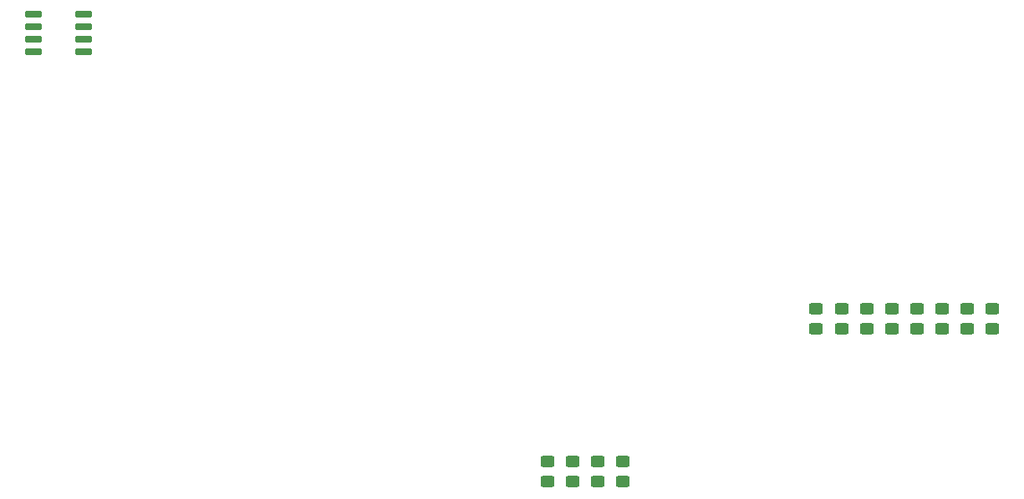
<source format=gbr>
%TF.GenerationSoftware,KiCad,Pcbnew,7.0.11-7.0.11~ubuntu22.04.1*%
%TF.CreationDate,2024-08-26T13:36:22+02:00*%
%TF.ProjectId,pcb01,70636230-312e-46b6-9963-61645f706362,rev?*%
%TF.SameCoordinates,Original*%
%TF.FileFunction,Paste,Top*%
%TF.FilePolarity,Positive*%
%FSLAX46Y46*%
G04 Gerber Fmt 4.6, Leading zero omitted, Abs format (unit mm)*
G04 Created by KiCad (PCBNEW 7.0.11-7.0.11~ubuntu22.04.1) date 2024-08-26 13:36:22*
%MOMM*%
%LPD*%
G01*
G04 APERTURE LIST*
G04 Aperture macros list*
%AMRoundRect*
0 Rectangle with rounded corners*
0 $1 Rounding radius*
0 $2 $3 $4 $5 $6 $7 $8 $9 X,Y pos of 4 corners*
0 Add a 4 corners polygon primitive as box body*
4,1,4,$2,$3,$4,$5,$6,$7,$8,$9,$2,$3,0*
0 Add four circle primitives for the rounded corners*
1,1,$1+$1,$2,$3*
1,1,$1+$1,$4,$5*
1,1,$1+$1,$6,$7*
1,1,$1+$1,$8,$9*
0 Add four rect primitives between the rounded corners*
20,1,$1+$1,$2,$3,$4,$5,0*
20,1,$1+$1,$4,$5,$6,$7,0*
20,1,$1+$1,$6,$7,$8,$9,0*
20,1,$1+$1,$8,$9,$2,$3,0*%
G04 Aperture macros list end*
%ADD10RoundRect,0.250000X-0.450000X0.325000X-0.450000X-0.325000X0.450000X-0.325000X0.450000X0.325000X0*%
%ADD11RoundRect,0.250000X0.450000X-0.325000X0.450000X0.325000X-0.450000X0.325000X-0.450000X-0.325000X0*%
%ADD12RoundRect,0.150000X-0.725000X-0.150000X0.725000X-0.150000X0.725000X0.150000X-0.725000X0.150000X0*%
G04 APERTURE END LIST*
D10*
%TO.C,D1*%
X116205000Y-85090000D03*
X116205000Y-87140000D03*
%TD*%
%TO.C,D2*%
X113665000Y-85090000D03*
X113665000Y-87140000D03*
%TD*%
%TO.C,D7*%
X121285000Y-85090000D03*
X121285000Y-87140000D03*
%TD*%
D11*
%TO.C,D11*%
X83820000Y-102625000D03*
X83820000Y-100575000D03*
%TD*%
D10*
%TO.C,D8*%
X118745000Y-85090000D03*
X118745000Y-87140000D03*
%TD*%
%TO.C,D4*%
X108500000Y-85090000D03*
X108500000Y-87140000D03*
%TD*%
%TO.C,D3*%
X111125000Y-85090000D03*
X111125000Y-87140000D03*
%TD*%
D11*
%TO.C,D9*%
X88900000Y-102625000D03*
X88900000Y-100575000D03*
%TD*%
D10*
%TO.C,D6*%
X123825000Y-85090000D03*
X123825000Y-87140000D03*
%TD*%
D11*
%TO.C,D12*%
X81280000Y-102625000D03*
X81280000Y-100575000D03*
%TD*%
D10*
%TO.C,D5*%
X126365000Y-85090000D03*
X126365000Y-87140000D03*
%TD*%
D12*
%TO.C,U9*%
X29175000Y-55245000D03*
X29175000Y-56515000D03*
X29175000Y-57785000D03*
X29175000Y-59055000D03*
X34325000Y-59055000D03*
X34325000Y-57785000D03*
X34325000Y-56515000D03*
X34325000Y-55245000D03*
%TD*%
D11*
%TO.C,D10*%
X86360000Y-102625000D03*
X86360000Y-100575000D03*
%TD*%
M02*

</source>
